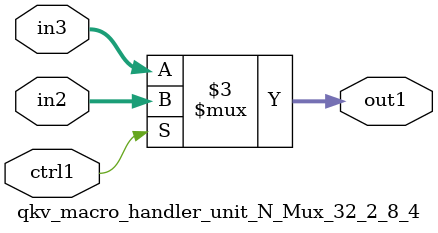
<source format=v>

`timescale 1ps / 1ps


module qkv_macro_handler_unit_N_Mux_32_2_8_4( in3, in2, ctrl1, out1 );

    input [31:0] in3;
    input [31:0] in2;
    input ctrl1;
    output [31:0] out1;
    reg [31:0] out1;

    
    // rtl_process:qkv_macro_handler_unit_N_Mux_32_2_8_4/qkv_macro_handler_unit_N_Mux_32_2_8_4_thread_1
    always @*
      begin : qkv_macro_handler_unit_N_Mux_32_2_8_4_thread_1
        case (ctrl1) 
          1'b1: 
            begin
              out1 = in2;
            end
          default: 
            begin
              out1 = in3;
            end
        endcase
      end

endmodule



</source>
